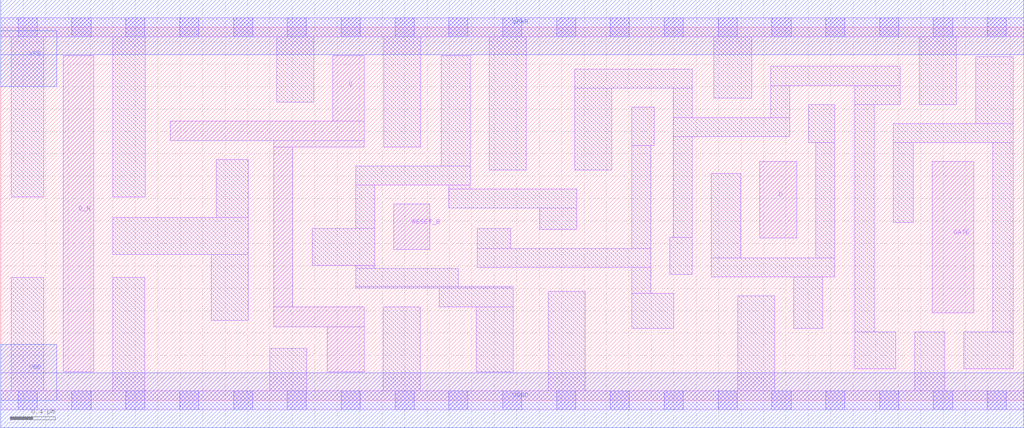
<source format=lef>
# Copyright 2020 The SkyWater PDK Authors
#
# Licensed under the Apache License, Version 2.0 (the "License");
# you may not use this file except in compliance with the License.
# You may obtain a copy of the License at
#
#     https://www.apache.org/licenses/LICENSE-2.0
#
# Unless required by applicable law or agreed to in writing, software
# distributed under the License is distributed on an "AS IS" BASIS,
# WITHOUT WARRANTIES OR CONDITIONS OF ANY KIND, either express or implied.
# See the License for the specific language governing permissions and
# limitations under the License.
#
# SPDX-License-Identifier: Apache-2.0

VERSION 5.5 ;
NAMESCASESENSITIVE ON ;
BUSBITCHARS "[]" ;
DIVIDERCHAR "/" ;
MACRO sky130_fd_sc_lp__dlrbp_2
  CLASS CORE ;
  SOURCE USER ;
  ORIGIN  0.000000  0.000000 ;
  SIZE  9.120000 BY  3.330000 ;
  SYMMETRY X Y R90 ;
  SITE unit ;
  PIN D
    ANTENNAGATEAREA  0.159000 ;
    DIRECTION INPUT ;
    USE SIGNAL ;
    PORT
      LAYER li1 ;
        RECT 6.765000 1.450000 7.095000 2.130000 ;
    END
  END D
  PIN Q
    ANTENNADIFFAREA  0.588000 ;
    DIRECTION OUTPUT ;
    USE SIGNAL ;
    PORT
      LAYER li1 ;
        RECT 1.510000 2.320000 3.240000 2.490000 ;
        RECT 2.435000 0.655000 3.240000 0.835000 ;
        RECT 2.435000 0.835000 2.605000 2.260000 ;
        RECT 2.435000 2.260000 3.240000 2.320000 ;
        RECT 2.910000 0.255000 3.240000 0.655000 ;
        RECT 2.960000 2.490000 3.240000 3.075000 ;
    END
  END Q
  PIN Q_N
    ANTENNADIFFAREA  0.594300 ;
    DIRECTION OUTPUT ;
    USE SIGNAL ;
    PORT
      LAYER li1 ;
        RECT 0.555000 0.255000 0.830000 3.075000 ;
    END
  END Q_N
  PIN RESET_B
    ANTENNAGATEAREA  0.315000 ;
    DIRECTION INPUT ;
    USE SIGNAL ;
    PORT
      LAYER li1 ;
        RECT 3.505000 1.345000 3.825000 1.750000 ;
    END
  END RESET_B
  PIN GATE
    ANTENNAGATEAREA  0.159000 ;
    DIRECTION INPUT ;
    USE CLOCK ;
    PORT
      LAYER li1 ;
        RECT 8.305000 0.780000 8.675000 2.130000 ;
    END
  END GATE
  PIN VGND
    DIRECTION INOUT ;
    USE GROUND ;
    PORT
      LAYER met1 ;
        RECT 0.000000 -0.245000 9.120000 0.245000 ;
    END
  END VGND
  PIN VNB
    DIRECTION INOUT ;
    USE GROUND ;
    PORT
    END
  END VNB
  PIN VPB
    DIRECTION INOUT ;
    USE POWER ;
    PORT
    END
  END VPB
  PIN VNB
    DIRECTION INOUT ;
    USE GROUND ;
    PORT
      LAYER met1 ;
        RECT 0.000000 0.000000 0.500000 0.500000 ;
    END
  END VNB
  PIN VPB
    DIRECTION INOUT ;
    USE POWER ;
    PORT
      LAYER met1 ;
        RECT 0.000000 2.800000 0.500000 3.300000 ;
    END
  END VPB
  PIN VPWR
    DIRECTION INOUT ;
    USE POWER ;
    PORT
      LAYER met1 ;
        RECT 0.000000 3.085000 9.120000 3.575000 ;
    END
  END VPWR
  OBS
    LAYER li1 ;
      RECT 0.000000 -0.085000 9.120000 0.085000 ;
      RECT 0.000000  3.245000 9.120000 3.415000 ;
      RECT 0.095000  0.085000 0.385000 1.095000 ;
      RECT 0.095000  1.815000 0.385000 3.245000 ;
      RECT 1.000000  0.085000 1.285000 1.095000 ;
      RECT 1.000000  1.300000 2.205000 1.630000 ;
      RECT 1.000000  1.815000 1.290000 3.245000 ;
      RECT 1.875000  0.715000 2.205000 1.300000 ;
      RECT 1.920000  1.630000 2.205000 2.150000 ;
      RECT 2.400000  0.085000 2.730000 0.465000 ;
      RECT 2.460000  2.660000 2.790000 3.245000 ;
      RECT 2.775000  1.205000 3.335000 1.535000 ;
      RECT 3.165000  1.005000 4.570000 1.015000 ;
      RECT 3.165000  1.015000 4.080000 1.175000 ;
      RECT 3.165000  1.175000 3.335000 1.205000 ;
      RECT 3.165000  1.535000 3.335000 1.920000 ;
      RECT 3.165000  1.920000 4.185000 2.090000 ;
      RECT 3.410000  0.085000 3.740000 0.835000 ;
      RECT 3.415000  2.260000 3.745000 3.245000 ;
      RECT 3.910000  0.835000 4.570000 1.005000 ;
      RECT 3.925000  2.090000 4.185000 3.075000 ;
      RECT 3.995000  1.715000 5.135000 1.885000 ;
      RECT 3.995000  1.885000 4.185000 1.920000 ;
      RECT 4.240000  0.255000 4.570000 0.835000 ;
      RECT 4.250000  1.185000 5.795000 1.355000 ;
      RECT 4.250000  1.355000 4.545000 1.535000 ;
      RECT 4.355000  2.055000 4.685000 3.245000 ;
      RECT 4.805000  1.525000 5.135000 1.715000 ;
      RECT 4.880000  0.085000 5.210000 0.970000 ;
      RECT 5.115000  2.055000 5.445000 2.785000 ;
      RECT 5.115000  2.785000 6.165000 2.955000 ;
      RECT 5.625000  0.640000 6.000000 0.955000 ;
      RECT 5.625000  0.955000 5.795000 1.185000 ;
      RECT 5.625000  1.355000 5.795000 2.275000 ;
      RECT 5.625000  2.275000 5.825000 2.615000 ;
      RECT 5.965000  1.125000 6.165000 1.455000 ;
      RECT 5.995000  1.455000 6.165000 2.355000 ;
      RECT 5.995000  2.355000 7.035000 2.525000 ;
      RECT 5.995000  2.525000 6.165000 2.785000 ;
      RECT 6.335000  1.100000 7.435000 1.270000 ;
      RECT 6.335000  1.270000 6.595000 2.025000 ;
      RECT 6.355000  2.695000 6.695000 3.245000 ;
      RECT 6.570000  0.085000 6.900000 0.930000 ;
      RECT 6.865000  2.525000 7.035000 2.810000 ;
      RECT 6.865000  2.810000 8.020000 2.980000 ;
      RECT 7.070000  0.640000 7.330000 1.100000 ;
      RECT 7.205000  2.300000 7.435000 2.640000 ;
      RECT 7.265000  1.270000 7.435000 2.300000 ;
      RECT 7.615000  0.280000 7.980000 0.610000 ;
      RECT 7.615000  0.610000 7.785000 2.640000 ;
      RECT 7.615000  2.640000 8.020000 2.810000 ;
      RECT 7.955000  1.585000 8.135000 2.300000 ;
      RECT 7.955000  2.300000 9.025000 2.470000 ;
      RECT 8.150000  0.085000 8.415000 0.610000 ;
      RECT 8.190000  2.640000 8.520000 3.245000 ;
      RECT 8.585000  0.280000 9.025000 0.610000 ;
      RECT 8.690000  2.470000 9.025000 3.065000 ;
      RECT 8.845000  0.610000 9.025000 2.300000 ;
    LAYER mcon ;
      RECT 0.155000 -0.085000 0.325000 0.085000 ;
      RECT 0.155000  3.245000 0.325000 3.415000 ;
      RECT 0.635000 -0.085000 0.805000 0.085000 ;
      RECT 0.635000  3.245000 0.805000 3.415000 ;
      RECT 1.115000 -0.085000 1.285000 0.085000 ;
      RECT 1.115000  3.245000 1.285000 3.415000 ;
      RECT 1.595000 -0.085000 1.765000 0.085000 ;
      RECT 1.595000  3.245000 1.765000 3.415000 ;
      RECT 2.075000 -0.085000 2.245000 0.085000 ;
      RECT 2.075000  3.245000 2.245000 3.415000 ;
      RECT 2.555000 -0.085000 2.725000 0.085000 ;
      RECT 2.555000  3.245000 2.725000 3.415000 ;
      RECT 3.035000 -0.085000 3.205000 0.085000 ;
      RECT 3.035000  3.245000 3.205000 3.415000 ;
      RECT 3.515000 -0.085000 3.685000 0.085000 ;
      RECT 3.515000  3.245000 3.685000 3.415000 ;
      RECT 3.995000 -0.085000 4.165000 0.085000 ;
      RECT 3.995000  3.245000 4.165000 3.415000 ;
      RECT 4.475000 -0.085000 4.645000 0.085000 ;
      RECT 4.475000  3.245000 4.645000 3.415000 ;
      RECT 4.955000 -0.085000 5.125000 0.085000 ;
      RECT 4.955000  3.245000 5.125000 3.415000 ;
      RECT 5.435000 -0.085000 5.605000 0.085000 ;
      RECT 5.435000  3.245000 5.605000 3.415000 ;
      RECT 5.915000 -0.085000 6.085000 0.085000 ;
      RECT 5.915000  3.245000 6.085000 3.415000 ;
      RECT 6.395000 -0.085000 6.565000 0.085000 ;
      RECT 6.395000  3.245000 6.565000 3.415000 ;
      RECT 6.875000 -0.085000 7.045000 0.085000 ;
      RECT 6.875000  3.245000 7.045000 3.415000 ;
      RECT 7.355000 -0.085000 7.525000 0.085000 ;
      RECT 7.355000  3.245000 7.525000 3.415000 ;
      RECT 7.835000 -0.085000 8.005000 0.085000 ;
      RECT 7.835000  3.245000 8.005000 3.415000 ;
      RECT 8.315000 -0.085000 8.485000 0.085000 ;
      RECT 8.315000  3.245000 8.485000 3.415000 ;
      RECT 8.795000 -0.085000 8.965000 0.085000 ;
      RECT 8.795000  3.245000 8.965000 3.415000 ;
  END
END sky130_fd_sc_lp__dlrbp_2
END LIBRARY

</source>
